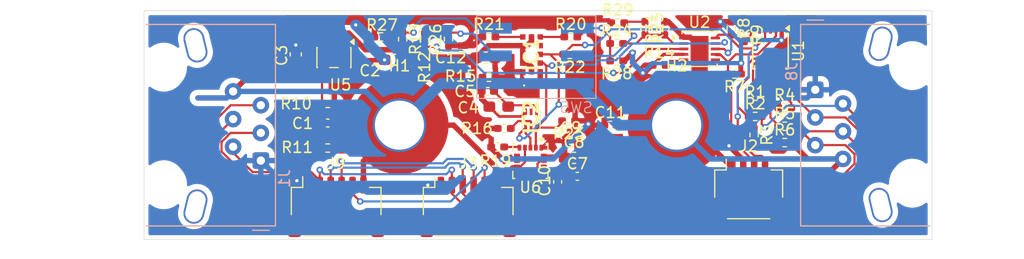
<source format=kicad_pcb>
(kicad_pcb (version 20241229) (generator "pcbnew") (generator_version "9.0")
  (layers (0 "F.Cu" signal) (4 "In1.Cu" signal) (6 "In2.Cu" signal) (2 "B.Cu" signal) (13 "F.Paste" user) (15 "B.Paste" user) (5 "F.SilkS" user "F.Silkscreen") (7 "B.SilkS" user "B.Silkscreen") (1 "F.Mask" user) (3 "B.Mask" user) (25 "Edge.Cuts" user))
  (net 0 "")
  (net 1 "+3.3V")
  (net 2 "Net-(U5-FB)")
  (net 3 "GND")
  (net 4 "+5V")
  (net 5 "Net-(U6-REGOUT)")
  (net 7 "Net-(J3-Pin_2)")
  (net 8 "Net-(J3-Pin_3)")
  (net 9 "Net-(J3-Pin_5)")
  (net 10 "Net-(J3-Pin_4)")
  (net 11 "Net-(J2-Pin_3)")
  (net 12 "Net-(J2-Pin_4)")
  (net 13 "Net-(U1-EN)")
  (net 14 "Net-(R12-Pad1)")
  (net 15 "Net-(U2-XORL)")
  (net 16 "Net-(R13-Pad1)")
  (net 17 "Net-(U2-ENABLE)")
  (net 18 "Net-(U6-~{CS})")
  (net 19 "/Sensors/sda")
  (net 20 "/Sensors/scl")
  (net 21 "Net-(U2-XORH)")
  (net 22 "Net-(R24-Pad1)")
  (net 23 "Net-(R25-Pad1)")
  (net 27 "Net-(IC2-VDD)")
  (net 28 "Net-(IC1-XSHUT)")
  (net 30 "Net-(IC1-GPIO1)")
  (net 31 "Net-(IC2-~{INT})")
  (footprint "Resistor_SMD:R_0402_1005Metric_Pad0.72x0.64mm_HandSolder" (layer "F.Cu") (at 104 93.9 180)
    (property "Reference" "R23")
    (property "Value" "4.7k")
  )
  (footprint "Resistor_SMD:R_0402_1005Metric_Pad0.72x0.64mm_HandSolder" (layer "F.Cu") (at 123.8025 92.7)
    (property "Reference" "R4")
    (property "Value" "600")
  )
  (footprint "Resistor_SMD:R_0402_1005Metric_Pad0.72x0.64mm_HandSolder" (layer "F.Cu") (at 108.4025 88.4 180)
    (property "Reference" "R28")
    (property "Value" "80k")
  )
  (footprint "Resistor_SMD:R_0402_1005Metric_Pad0.72x0.64mm_HandSolder" (layer "F.Cu") (at 111 85.4025 -90)
    (property "Reference" "R25")
    (property "Value" "780k")
  )
  (footprint "Package_SO:TSSOP-10_3x3mm_P0.5mm" (layer "F.Cu") (at 122.5 87.5 -90)
    (property "Reference" "U1")
    (property "Value" "PCA9615DP")
  )
  (footprint "ISL29125:ISL29125IROZT7" (layer "F.Cu") (at 100.5625 93.8 -90)
    (property "Reference" "IC2")
    (property "Value" "ISL29125IROZ-T7" (hide yes))
  )
  (footprint "Resistor_SMD:R_0402_1005Metric_Pad0.72x0.64mm_HandSolder" (layer "F.Cu") (at 104.1025 87.8 180)
    (property "Reference" "R22")
    (property "Value" "4.7k")
  )
  (footprint "Connector_JST:JST_SH_SM06B-SRSS-TB_1x06-1MP_P1.00mm_Horizontal" (layer "F.Cu") (at 82.7 101.8)
    (property "Reference" "J9")
    (property "Value" "Conn_01x06")
  )
  (footprint "Capacitor_SMD:C_0603_1608Metric_Pad1.08x0.95mm_HandSolder" (layer "F.Cu") (at 79 87.8 -90)
    (property "Reference" "C3")
    (property "Value" "1u")
  )
  (footprint "MountingHole:MountingHole_4.5mm_Pad_TopOnly" (layer "F.Cu") (at 88.5 94.3)
    (property "Reference" "H1")
    (property "Value" "MountingHole_Pad")
  )
  (footprint "Package_LGA:LGA-16_3x3mm_P0.5mm_LayoutBorder3x5y" (layer "F.Cu") (at 100.5 97.5875 -90)
    (property "Reference" "U6")
    (property "Value" "ICM-20602")
  )
  (footprint "Resistor_SMD:R_0402_1005Metric_Pad0.72x0.64mm_HandSolder" (layer "F.Cu") (at 119.2025 89.6 180)
    (property "Reference" "R7")
    (property "Value" "4.7k")
  )
  (footprint "VL53L4CD:VL53L4CDV0DH1" (layer "F.Cu") (at 100.6 87.8 -90)
    (property "Reference" "IC1")
    (property "Value" "VL53L4CDV0DH_1" (hide yes))
  )
  (footprint "Resistor_SMD:R_0402_1005Metric_Pad0.72x0.64mm_HandSolder" (layer "F.Cu") (at 96.7025 89.9)
    (property "Reference" "R15")
    (property "Value" "100")
  )
  (footprint "Capacitor_SMD:C_0603_1608Metric_Pad1.08x0.95mm_HandSolder" (layer "F.Cu") (at 88 88.3)
    (property "Reference" "C2")
    (property "Value" "1u")
  )
  (footprint "Resistor_SMD:R_0402_1005Metric_Pad0.72x0.64mm_HandSolder" (layer "F.Cu") (at 90.8 86.5 -90)
    (property "Reference" "R12")
    (property "Value" "400k")
  )
  (footprint "Resistor_SMD:R_0402_1005Metric_Pad0.72x0.64mm_HandSolder" (layer "F.Cu") (at 112.3 88.8)
    (property "Reference" "R14")
    (property "Value" "10k")
  )
  (footprint "Resistor_SMD:R_0402_1005Metric_Pad0.72x0.64mm_HandSolder" (layer "F.Cu") (at 93 86.4 90)
    (property "Reference" "R26")
    (property "Value" "10k")
  )
  (footprint "Connector_JST:JST_SH_SM06B-SRSS-TB_1x06-1MP_P1.00mm_Horizontal" (layer "F.Cu") (at 94.8 101.8)
    (property "Reference" "J3")
    (property "Value" "Conn_01x06")
  )
  (footprint "Capacitor_SMD:C_0603_1608Metric_Pad1.08x0.95mm_HandSolder" (layer "F.Cu") (at 104.5 97.3)
    (property "Reference" "C8")
    (property "Value" "2.2u")
  )
  (footprint "Capacitor_SMD:C_0402_1005Metric_Pad0.74x0.62mm_HandSolder" (layer "F.Cu") (at 107.835 94.3)
    (property "Reference" "C11")
    (property "Value" "0.1u")
  )
  (footprint "Resistor_SMD:R_0402_1005Metric_Pad0.72x0.64mm_HandSolder" (layer "F.Cu") (at 108.5 84.9)
    (property "Reference" "R29")
    (property "Value" "40k")
  )
  (footprint "Resistor_SMD:R_0402_1005Metric_Pad0.72x0.64mm_HandSolder" (layer "F.Cu") (at 121.1 92.4)
    (property "Reference" "R1")
    (property "Value" "600")
  )
  (footprint "Resistor_SMD:R_0402_1005Metric_Pad0.72x0.64mm_HandSolder" (layer "F.Cu") (at 97.5 96.3)
    (property "Reference" "R19")
    (property "Value" "4.7k")
  )
  (footprint "Resistor_SMD:R_0402_1005Metric_Pad0.72x0.64mm_HandSolder" (layer "F.Cu") (at 118.9 85.4 -90)
    (property "Reference" "R8")
    (property "Value" "4.7k")
  )
  (footprint "Resistor_SMD:R_0402_1005Metric_Pad0.72x0.64mm_HandSolder" (layer "F.Cu") (at 86.8025 86.2)
    (property "Reference" "R27")
    (property "Value" "10k")
  )
  (footprint "Resistor_SMD:R_0402_1005Metric_Pad0.72x0.64mm_HandSolder" (layer "F.Cu") (at 123.805 95.9)
    (property "Reference" "R6")
    (property "Value" "600")
  )
  (footprint "Connector_JST:JST_SH_SM04B-SRSS-TB_1x04-1MP_P1.00mm_Horizontal" (layer "F.Cu") (at 120.5 100.2)
    (property "Reference" "J2")
    (property "Value" "Conn_01x04")
  )
  (footprint "Capacitor_SMD:C_0603_1608Metric_Pad1.08x0.95mm_HandSolder" (layer "F.Cu") (at 96.4 88.1 180)
    (property "Reference" "C12")
    (property "Value" "4.7u")
  )
  (footprint "Capacitor_SMD:C_0402_1005Metric_Pad0.74x0.62mm_HandSolder" (layer "F.Cu") (at 81.9325 94.1 180)
    (property "Reference" "C1")
    (property "Value" "1n")
  )
  (footprint "Resistor_SMD:R_0402_1005Metric_Pad0.72x0.64mm_HandSolder" (layer "F.Cu") (at 120.1 86 -90)
    (property "Reference" "R9")
    (property "Value" "10k")
  )
  (footprint "Capacitor_SMD:C_0402_1005Metric_Pad0.74x0.62mm_HandSolder" (layer "F.Cu") (at 96.6 91.2 180)
    (property "Reference" "C5")
    (property "Value" "0.1u")
  )
  (footprint "Resistor_SMD:R_0402_1005Metric_Pad0.72x0.64mm_HandSolder" (layer "F.Cu") (at 108.4025 86.8)
    (property "Reference" "R24")
    (property "Value" "400k")
  )
  (footprint "Resistor_SMD:R_0402_1005Metric_Pad0.72x0.64mm_HandSolder" (layer "F.Cu") (at 112.8 85.4025 90)
    (property "Reference" "R31")
    (property "Value" "260k")
  )
  (footprint "MountingHole:MountingHole_4.5mm_Pad_TopOnly" (layer "F.Cu") (at 113.9 94.3)
    (property "Reference" "H2")
    (property "Value" "MountingHole_Pad")
  )
  (footprint "Resistor_SMD:R_0402_1005Metric_Pad0.72x0.64mm_HandSolder" (layer "F.Cu") (at 81.9325 92.3 180)
    (property "Reference" "R10")
    (property "Value" "52k")
  )
  (footprint "Resistor_SMD:R_0402_1005Metric_Pad0.72x0.64mm_HandSolder" (layer "F.Cu") (at 123.8025 94.4)
    (property "Reference" "R5")
    (property "Value" "120")
  )
  (footprint "Capacitor_SMD:C_0402_1005Metric_Pad0.74x0.62mm_HandSolder" (layer "F.Cu") (at 103 99.5 -90)
    (property "Reference" "C10")
    (property "Value" "0.1u")
  )
  (footprint "Resistor_SMD:R_0402_1005Metric_Pad0.72x0.64mm_HandSolder" (layer "F.Cu") (at 98.1025 94.6)
    (property "Reference" "R16")
    (property "Value" "4.7k")
  )
  (footprint "Resistor_SMD:R_0402_1005Metric_Pad0.72x0.64mm_HandSolder" (layer "F.Cu") (at 121.1 93.5)
    (property "Reference" "R2")
    (property "Value" "120")
  )
  (footprint "Capacitor_SMD:C_0603_1608Metric_Pad1.08x0.95mm_HandSolder" (layer "F.Cu") (at 97.6 92.6 180)
    (property "Reference" "C4")
    (property "Value" "1u")
  )
  (footprint "Package_DFN_QFN:DFN-10-1EP_3x3mm_P0.5mm_EP1.65x2.38mm" (layer "F.Cu") (at 116 87.3)
    (property "Reference" "U2")
    (property "Value" "LTC4316xDD")
  )
  (footprint "Resistor_SMD:R_0402_1005Metric_Pad0.72x0.64mm_HandSolder" (layer "F.Cu") (at 121 95.2 -90)
    (property "Reference" "R3")
    (property "Value" "600")
  )
  (footprint "Capacitor_SMD:C_0402_1005Metric_Pad0.74x0.62mm_HandSolder" (layer "F.Cu") (at 104.8 99)
    (property "Reference" "C7")
    (property "Value" "0.1u")
  )
  (footprint "Resistor_SMD:R_0402_1005Metric_Pad0.72x0.64mm_HandSolder" (layer "F.Cu") (at 96.6975 86.2)
    (property "Reference" "R21")
    (property "Value" "10k")
  )
  (footprint "Resistor_SMD:R_0402_1005Metric_Pad0.72x0.64mm_HandSolder" (layer "F.Cu") (at 81.9325 96.4)
    (property "Reference" "R11")
    (property "Value" "30k")
  )
  (footprint "Capacitor_SMD:C_0402_1005Metric_Pad0.74x0.62mm_HandSolder" (layer "F.Cu") (at 104.2 95.7)
    (property "Reference" "C9")
    (property "Value" "10n")
  )
  (footprint "Resistor_SMD:R_0402_1005Metric_Pad0.72x0.64mm_HandSolder" (layer "F.Cu") (at 104.2 86.2)
    (property "Reference" "R20")
    (property "Value" "10k")
  )
  (footprint "Resistor_SMD:R_0402_1005Metric_Pad0.72x0.64mm_HandSolder" (layer "F.Cu") (at 88.8 86.4 -90)
    (property "Reference" "R13")
    (property "Value" "750k")
  )
  (footprint "Package_TO_SOT_SMD:SOT-23-5" (layer "F.Cu") (at 82.5 88.1 -90)
    (property "Reference" "U5")
    (property "Value" "TPS73101DBV")
  )
  (footprint "RJ12_Pin_Connector:RJ12_Pin_Connector" (layer "B.Cu") (at 126.6 91.05 -90)
    (property "Reference" "J8")
    (property "Value" "RJ12_Shielded")
  )
  (footprint "RJ12_Pin_Connector:RJ12_Pin_Connector" (layer "B.Cu") (at 75.8 97.55 90)
    (property "Reference" "J1")
    (property "Value" "RJ12_Shielded")
  )
  (footprint "RJ12_Pin_Connector:Rotary_Switch_16_pos" (layer "B.Cu") (at 101 92.94 180)
    (property "Reference" "SW5")
    (property "Value" "SW_Coded_SH-7050")
  )
  (gr_rect (start 65.1 83.8) (end 137.3 104.8) (stroke (width 0.05)) (fill no) (layer "Edge.Cuts"))
  (segment (start 104.2325 97.895) (end 103.6375 97.3) (width 0.2) (layer "F.Cu") (net 1))
  (segment (start 86.205 86.2) (end 85.6 86.2) (width 0.5) (layer "F.Cu") (net 1))
  (segment (start 101.4 89.4) (end 101.4 90.15) (width 0.5) (layer "F.Cu") (net 1))
  (segment (start 103.6375 97.3) (end 103.425 97.0875) (width 0.2) (layer "F.Cu") (net 1))
  (segment (start 118.9 84.8025) (end 119.5 84.8025) (width 0.4) (layer "F.Cu") (net 1))
  (segment (start 107.9025 84.9) (end 107.6815 84.679) (width 0.4) (layer "F.Cu") (net 1))
  (segment (start 97.505 94.6) (end 96.5 94.6) (width 0.5) (layer "F.Cu") (net 1))
  (segment (start 119.8 89.6) (end 119.8 88.6) (width 0.4) (layer "F.Cu") (net 1))
  (segment (start 103.425 97.0875) (end 101.725 97.0875) (width 0.2) (layer "F.Cu") (net 1))
  (segment (start 123.5 86.5) (end 123.526 86.474) (width 0.4) (layer "F.Cu") (net 1))
  (segment (start 96.9025 96.4025) (end 97.9 97.4) (width 0.5) (layer "F.Cu") (net 1))
  (segment (start 118.8975 84.8) (end 118.9 84.8025) (width 0.4) (layer "F.Cu") (net 1))
  (segment (start 102.1625 95.7) (end 101.5 96.3625) (width 0.2) (layer "F.Cu") (net 1))
  (segment (start 111.7025 88.8) (end 112.7025 87.8) (width 0.3) (layer "F.Cu") (net 1))
  (segment (start 103.6325 95.7) (end 102.1625 95.7) (width 0.2) (layer "F.Cu") (net 1))
  (segment (start 107.6815 84.679) (end 106.3185 84.679) (width 0.4) (layer "F.Cu") (net 1))
  (segment (start 83.575 89.2375) (end 83.45 89.2375) (width 0.2) (layer "F.Cu") (net 1))
  (segment (start 104.2325 99) (end 104.2325 97.895) (width 0.2) (layer "F.Cu") (net 1))
  (segment (start 84.5125 88.3) (end 83.575 89.2375) (width 0.2) (layer "F.Cu") (net 1))
  (segment (start 85.6 86.2) (end 84.5 85.1) (width 0.5) (layer "F.Cu") (net 1))
  (segment (start 103.6325 95.490083) (end 103.6325 95.7) (width 0.5) (layer "F.Cu") (net 1))
  (segment (start 104.5975 94.525083) (end 103.6325 95.490083) (width 0.5) (layer "F.Cu") (net 1))
  (segment (start 111.0025 89.5) (end 111.7025 88.8) (width 0.4) (layer "F.Cu") (net 1))
  (segment (start 110.8 89.5) (end 111.0025 89.5) (width 0.4) (layer "F.Cu") (net 1))
  (segment (start 101.15 90.4) (end 101 90.4) (width 0.5) (layer "F.Cu") (net 1))
  (segment (start 109 88.4) (end 109.11563 88.4) (width 0.5) (layer "F.Cu") (net 1))
  (segment (start 95.3025 86.9975) (end 96.1 86.2) (width 0.5) (layer "F.Cu") (net 1))
  (segment (start 87.1375 88.3) (end 84.5125 88.3) (width 0.2) (layer "F.Cu") (net 1))
  (segment (start 93 86.9975) (end 95.3025 86.9975) (width 0.5) (layer "F.Cu") (net 1))
  (segment (start 117.9 84.8) (end 118.8975 84.8) (width 0.4) (layer "F.Cu") (net 1))
  (segment (start 99.675 89.4) (end 98.9 89.4) (width 0.5) (layer "F.Cu") (net 1))
  (segment (start 109.11563 88.4) (end 109.857815 87.657815) (width 0.5) (layer "F.Cu") (net 1))
  (segment (start 119.5 84.8025) (end 120.1 85.4025) (width 0.4) (layer "F.Cu") (net 1))
  (segment (start 96.9025 96.3) (end 96.9025 96.4025) (width 0.5) (layer "F.Cu") (net 1))
  (segment (start 123.526 86.474) (end 123.526 85.35) (width 0.4) (layer "F.Cu") (net 1))
  (segment (start 106.3185 84.679) (end 104.7975 86.2) (width 0.4) (layer "F.Cu") (net 1))
  (segment (start 104.5975 93.9) (end 104.5975 94.525083) (width 0.5) (layer "F.Cu") (net 1))
  (segment (start 112.7025 87.8) (end 114.55 87.8) (width 0.3) (layer "F.Cu") (net 1))
  (segment (start 101.4 90.15) (end 101.15 90.4) (width 0.5) (layer "F.Cu") (net 1))
  (via (at 109.857815 87.657815) (size 0.6) (drill 0.3) (layers "F.Cu" "B.Cu") (net 1))
  (via (at 117.9 84.8) (size 0.6) (drill 0.3) (layers "F.Cu" "B.Cu") (net 1))
  (via (at 84.5 85.1) (size 0.6) (drill 0.3) (layers "F.Cu" "B.Cu") (net 1))
  (via (at 119.8 88.6) (size 0.6) (drill 0.3) (layers "F.Cu" "B.Cu") (net 1))
  (via (at 123.5 86.5) (size 0.6) (drill 0.3) (layers "F.Cu" "B.Cu") (net 1))
  (via (at 105.8 94.2) (size 0.6) (drill 0.3) (layers "F.Cu" "B.Cu") (net 1))
  (via (at 97.9 97.4) (size 0.6) (drill 0.3) (layers "F.Cu" "B.Cu") (net 1))
  (via (at 87.1375 88.3) (size 0.6) (drill 0.3) (layers "F.Cu" "B.Cu") (net 1))
  (via (at 110.8 89.5) (size 0.6) (drill 0.3) (layers "F.Cu" "B.Cu") (net 1))
  (segment (start 119.953302 86.488235) (end 123.488235 86.488235) (width 0.4) (layer "B.Cu") (net 1))
  (segment (start 109.857815 88.557815) (end 110.8 89.5) (width 0.5) (layer "B.Cu") (net 1))
  (segment (start 84.5 85.1) (end 85.7 86.3) (width 1) (layer "B.Cu") (net 1))
  (segment (start 102.6 97.4) (end 105.8 94.2) (width 0.5) (layer "B.Cu") (net 1))
  (segment (start 117.958463 84.8) (end 117.9 84.8) (width 0.4) (layer "B.Cu") (net 1))
  (segment (start 123.488235 86.488235) (end 123.5 86.5) (width 0.4) (layer "B.Cu") (net 1))
  (segment (start 119.8 88.6) (end 111.7 88.6) (width 0.4) (layer "B.Cu") (net 1))
  (segment (start 119.8 86.641537) (end 119.953302 86.488235) (width 0.4) (layer "B.Cu") (net 1))
  (segment (start 85.7 86.8625) (end 87.1375 88.3) (width 1) (layer "B.Cu") (net 1))
  (segment (start 97.9 97.4) (end 102.6 97.4) (width 0.5) (layer "B.Cu") (net 1))
  (segment (start 85.7 86.3) (end 85.7 86.8625) (width 1) (layer "B.Cu") (net 1))
  (segment (start 109.857815 87.657815) (end 109.857815 88.557815) (width 0.5) (layer "B.Cu") (net 1))
  (segment (start 119.8 86.641537) (end 117.958463 84.8) (width 0.4) (layer "B.Cu") (net 1))
  (segment (start 119.8 88.6) (end 119.8 86.641537) (width 0.4) (layer "B.Cu") (net 1))
  (segment (start 111.7 88.6) (end 110.8 89.5) (width 0.4) (layer "B.Cu") (net 1))
  (segment (start 81.335 92.3) (end 81.405 92.23) (width 0.2) (layer "F.Cu") (net 2))
  (segment (start 81.365 92.33) (end 81.335 92.3) (width 0.2) (layer "F.Cu") (net 2))
  (segment (start 81.405 92.23) (end 81.405 89.3825) (width 0.2) (layer "F.Cu") (net 2))
  (segment (start 81.335 94.13) (end 81.365 94.1) (width 0.2) (layer "F.Cu") (net 2))
  (segment (start 81.335 96.4) (end 81.335 94.13) (width 0.2) (layer "F.Cu") (net 2))
  (segment (start 81.365 94.1) (end 81.365 92.33) (width 0.2) (layer "F.Cu") (net 2))
  (segment (start 81.405 89.3825) (end 81.55 89.2375) (width 0.2) (layer "F.Cu") (net 2))
  (segment (start 88.8625 91.3375) (end 88.8625 88.3) (width 1) (layer "F.Cu") (net 3))
  (segment (start 82.048999 85.849) (end 82.5 86.300001) (width 0.5) (layer "F.Cu") (net 3))
  (segment (start 124.4025 95.9) (end 125.9025 97.4) (width 0.5) (layer "F.Cu") (net 3))
  (segment (start 99.6395 93.498) (end 100.0625 93.075) (width 0.25) (layer "F.Cu") (net 3))
  (segment (start 104.61 100.0675) (end 105.3675 99.31) (width 0.5) (layer "F.Cu") (net 3))
  (segment (start 101.149 98.4615) (end 101.5 98.8125) (width 0.2) (layer "F.Cu") (net 3))
  (segment (start 85.2 97.6) (end 88.5 94.3) (width 0.5) (layer "F.Cu") (net 3))
  (segment (start 101.5 99.7) (end 101.5 98.8125) (width 0.5) (layer "F.Cu") (net 3))
  (segment (start 105.3675 99.31) (end 105.3675 99) (width 0.5) (layer "F.Cu") (net 3))
  (segment (start 96.0325 91.2) (end 96.0325 91.895) (width 0.5) (layer "F.Cu") (net 3))
  (segment (start 87.9365 87.374) (end 85.3781 87.374) (width 0.5) (layer "F.Cu") (net 3))
  (segment (start 105.3625 97.3) (end 105.3625 98.995) (width 0.5) (layer "F.Cu") (net 3))
  (segment (start 88.5 94.3) (end 86.4 96.4) (width 0.5) (layer "F.Cu") (net 3))
  (segment (start 101.8675 100.0675) (end 101.5 99.7) (width 0.5) (layer "F.Cu") (net 3))
  (segment (start 99.275 98.0875) (end 99.601848 98.0875) (width 0.2) (layer "F.Cu") (net 3))
  (segment (start 75.7975 88.622234) (end 78.570734 85.849) (width 0.5) (layer "F.Cu") (net 3))
  (segment (start 100.601 88.951) (end 100.601 89.4) (width 0.5) (layer "F.Cu") (net 3))
  (segment (start 127.114 99.426) (end 119.451001 99.426) (width 0.5) (layer "F.Cu") (net 3))
  (segment (start 99.5 98.8125) (end 101.5 98.8125) (width 0.5) (layer "F.Cu") (net 3))
  (segment (start 116 87.09707) (end 115.12693 86.224) (width 0.5) (layer "F.Cu") (net 3))
  (segment (start 95.3375 88.3) (end 95.5375 88.1) (width 1) (layer "F.Cu") (net 3))
  (segment (start 95.5375 88.1) (end 96.6375 87) (width 0.5) (layer "F.Cu") (net 3))
  (segment (start 121.878982 95.7975) (end 122.752482 96.671) (width 0.5) (layer "F.Cu") (net 3))
  (segment (start 96.0325 91.895) (end 96.7375 92.6) (width 0.5) (layer "F.Cu") (net 3))
  (segment (start 99.275 98.0875) (end 99.275 98.5875) (width 0.2) (layer "F.Cu") (net 3))
  (segment (start 85.2 99.8) (end 85.2 97.6) (width 0.5) (layer "F.Cu") (net 3))
  (segment (start 82.5 86.300001) (end 82.5 86.9625) (width 0.5) (layer "F.Cu") (net 3))
  (segment (start 129.14 97.4) (end 127.114 99.426) (width 0.5) (layer "F.Cu") (net 3))
  (segment (start 112.8 84.805) (end 113.131 84.805) (width 0.5) (layer "F.Cu") (net 3))
  (segment (start 116 92.2) (end 113.9 94.3) (width 1.5) (layer "F.Cu") (net 3))
  (segment (start 113.131 84.805) (end 114.55 86.224) (width 0.5) (layer "F.Cu") (net 3))
  (segment (start 78.570734 85.849) (end 82.048999 85.849) (width 0.5) (layer "F.Cu") (net 3))
  (segment (start 123.662518 96.671) (end 124.4025 95.931018) (width 0.5) (layer "F.Cu") (net 3))
  (segment (start 97.3 99.8) (end 98.8865 98.2135) (width 0.5) (layer "F.Cu") (net 3))
  (segment (start 96.0325 91.2) (end 95.2965 90.464) (width 0.5) (layer "F.Cu") (net 3))
  (segment (start 115.12693 86.224) (end 114.55 86.224) (width 0.5) (layer "F.Cu") (net 3))
  (segment (start 116 87.3) (end 116 87.09707) (width 0.5) (layer "F.Cu") (net 3))
  (segment (start 75.7975 88.6625) (end 73.26 91.2) (width 0.5) (layer "F.Cu") (net 3))
  (segment (start 101.149 97.836652) (end 101.149 98.4615) (width 0.2) (layer "F.Cu") (net 3))
  (segment (start 124.4025 95.931018) (end 124.4025 95.9) (width 0.5) (layer "F.Cu") (net 3))
  (segment (start 99.8 87) (end 100.2 87) (width 0.5) (layer "F.Cu") (net 3))
  (segment (start 88.8625 88.3) (end 95.3375 88.3) (width 1) (layer "F.Cu") (net 3))
  (segment (start 100 97.689348) (end 100 96.3625) (width 0.2) (layer "F.Cu") (net 3))
  (segment (start 125.9025 97.4) (end 129.14 97.4) (width 0.5) (layer "F.Cu") (net 3))
  (segment (start 108.4025 94.3) (end 113.9 94.3) (width 0.5) (layer "F.Cu") (net 3))
  (segment (start 95.2965 88.341) (end 95.5375 88.1) (width 0.5) (layer "F.Cu") (net 3))
  (segment (start 83.8531 85.849) (end 82.951001 85.849) (width 0.5) (layer "F.Cu") (net 3))
  (segment (start 115.1 94.3) (end 113.9 94.3) (width 0.5) (layer "F.Cu") (net 3))
  (segment (start 103 100.0675) (end 104.61 100.0675) (width 0.5) (layer "F.Cu") (net 3))
  (segment (start 88.5 91.7) (end 88.8625 91.3375) (width 0.5) (layer "F.Cu") (net 3))
  (segment (start 122.752482 96.671) (end 123.662518 96.671) (width 0.5) (layer "F.Cu") (net 3))
  (segment (start 95.2965 90.464) (end 95.2965 88.341) (width 0.5) (layer "F.Cu") (net 3))
  (segment (start 99.8 88.6) (end 100.25 88.6) (width 0.5) (layer "F.Cu") (net 3))
  (segment (start 99.601848 98.0875) (end 100 97.689348) (width 0.2) (layer "F.Cu") (net 3))
  (segment (start 98.8865 98.2135) (end 99.275 98.2135) (width 0.5) (layer "F.Cu") (net 3))
  (segment (start 93.462075 94.3) (end 97.3 98.137925) (width 0.5) (layer "F.Cu") (net 3))
  (segment (start 96.6375 87) (end 99.8 87) (width 0.5) (layer "F.Cu") (net 3))
  (segment (start 88.5 94.3) (end 88.5 91.7) (width 0.5) (layer "F.Cu") (net 3))
  (segment (start 88.5 94.3) (end 93.462075 94.3) (width 0.5) (layer "F.Cu") (net 3))
  (segment (start 97.3 98.137925) (end 97.3 99.8) (width 0.5) (layer "F.Cu") (net 3))
  (segment (start 99.275 98.5875) (end 99.5 98.8125) (width 0.2) (layer "F.Cu") (net 3))
  (segment (start 75.7975 88.6625) (end 75.7975 88.622234) (width 0.5) (layer "F.Cu") (net 3))
  (segment (start 99.8 87) (end 99.8 88.6) (width 0.5) (layer "F.Cu") (net 3))
  (segment (start 82.951001 85.849) (end 82.5 86.300001) (width 0.5) (layer "F.Cu") (net 3))
  (segment (start 100.6 86.6) (end 100.6 86.2) (width 0.5) (layer "F.Cu") (net 3))
  (segment (start 85.3781 87.374) (end 83.8531 85.849) (width 0.5) (layer "F.Cu") (net 3))
  (segment (start 88.8625 88.3) (end 87.9365 87.374) (width 0.5) (layer "F.Cu") (net 3))
  (segment (start 119 98.974999) (end 119 98.2) (width 0.5) (layer "F.Cu") (net 3))
  (segment (start 100.2 87) (end 100.6 86.6) (width 0.5) (layer "F.Cu") (net 3))
  (segment (start 119 98.2) (end 115.1 94.3) (width 0.5) (layer "F.Cu") (net 3))
  (segment (start 86.4 96.4) (end 82.53 96.4) (width 1) (layer "F.Cu") (net 3))
  (segment (start 104.7675 96.705) (end 105.3625 97.3) (width 0.5) (layer "F.Cu") (net 3))
  (segment (start 97.6355 93.498) (end 99.6395 93.498) (width 0.25) (layer "F.Cu") (net 3))
  (segment (start 101.398152 97.5875) (end 101.149 97.836652) (width 0.2) (layer "F.Cu") (net 3))
  (segment (start 105.3625 98.995) (end 105.3675 99) (width 0.5) (layer "F.Cu") (net 3))
  (segment (start 103 100.0675) (end 101.8675 100.0675) (width 0.5) (layer "F.Cu") (net 3))
  (segment (start 100.25 88.6) (end 100.601 88.951) (width 0.5) (layer "F.Cu") (net 3))
  (segment (start 119.451001 99.426) (end 119 98.974999) (width 0.5) (layer "F.Cu") (net 3))
  (segment (start 104.7675 95.7) (end 104.7675 96.705) (width 0.5) (layer "F.Cu") (net 3))
  (segment (start 121 95.7975) (end 121.878982 95.7975) (width 0.5) (layer "F.Cu") (net 3))
  (segment (start 79 88.6625) (end 75.7975 88.6625) (width 0.5) (layer "F.Cu") (net 3))
  (segment (start 96.7375 92.6) (end 97.6355 93.498) (width 0.25) (layer "F.Cu") (net 3))
  (segment (start 116 87.3) (end 116 92.2) (width 1.5) (layer "F.Cu") (net 3))
  (segment (start 101.725 97.5875) (end 101.398152 97.5875) (width 0.2) (layer "F.Cu") (net 3))
  (segment (start 70.03 91.8) (end 72.66 91.8) (width 0.5) (layer "B.Cu") (net 3))
  (segment (start 88.5 94.3) (end 92.32 90.48) (width 1) (layer "B.Cu") (net 3))
  (segment (start 117 97.4) (end 129.14 97.4) (width 0.5) (layer "B.Cu") (net 3))
  (segment (start 72.66 91.8) (end 73.26 91.2) (width 0.5) (layer "B.Cu") (net 3))
  (segment (start 113.9 94.3) (end 117 97.4) (width 0.5) (layer "B.Cu") (net 3))
  (segment (start 104.8 90.48) (end 108.62 94.3) (width 1) (layer "B.Cu") (net 3))
  (segment (start 97.3 90.48) (end 104.8 90.48) (width 1) (layer "B.Cu") (net 3))
  (segment (start 88.5 94.3) (end 85.4 91.2) (width 0.5) (layer "B.Cu") (net 3))
  (segment (start 85.4 91.2) (end 73.26 91.2) (width 0.5) (layer "B.Cu") (net 3))
  (segment (start 108.62 94.3) (end 113.9 94.3) (width 1) (layer "B.Cu") (net 3))
  (segment (start 92.32 90.48) (end 97.3 90.48) (width 1) (layer "B.Cu") (net 3))
  (segment (start 92.3 99.8) (end 91.1 99.8) (width 0.5) (layer "F.Cu") (net 4))
  (segment (start 120.5025 91.4025) (end 120.5025 92.4) (width 0.5) (layer "F.Cu") (net 4))
  (segment (start 81.851001 87.926) (end 82.840968 87.926) (width 0.2) (layer "F.Cu") (net 4))
  (segment (start 124.976 91.05) (end 123.576 89.65) (width 0.5) (layer "F.Cu") (net 4))
  (segment (start 79.5 99.8) (end 79.1 99.4) (width 0.2) (layer "F.Cu") (net 4))
  (segment (start 79 86.9375) (end 81.525 86.9375) (width 0.2) (layer "F.Cu") (net 4))
  (segment (start 126.6 91.05) (end 124.976 91.05) (width 0.5) (layer "F.Cu") (net 4))
  (segment (start 81.525 86.9375) (end 81.55 86.9625) (width 0.2) (layer "F.Cu") (net 4))
  (segment (start 82.840968 87.926) (end 83.45 87.316968) (width 0.2) (layer "F.Cu") (net 4))
  (segment (start 120 97.5) (end 120 98.2) (width 0.5) (layer "F.Cu") (net 4))
  (segment (start 81.55 86.9625) (end 81.55 87.624999) (width 0.2) (layer "F.Cu") (net 4))
  (segment (start 83.45 87.316968) (end 83.45 86.9625) (width 0.2) (layer "F.Cu") (net 4))
  (segment (start 80.2 99.8) (end 79.5 99.8) (width 0.2) (layer "F.Cu") (net 4))
  (segment (start 123.205 91.9) (end 123.205 92.7) (width 0.5) (layer "F.Cu") (net 4))
  (segment (start 81.55 87.624999) (end 81.851001 87.926) (width 0.2) (layer "F.Cu") (net 4))
  (segment (start 118.7 96.2) (end 120 97.5) (width 0.5) (layer "F.Cu") (net 4))
  (via (at 123.205 91.9) (size 0.6) (drill 0.3) (layers "F.Cu" "B.Cu") (net 4))
  (via (at 120.5025 91.4025) (size 0.6) (drill 0.3) (layers "F.Cu" "B.Cu") (net 4))
  (via (at 118.7 96.2) (size 0.6) (drill 0.3) (layers "F.Cu" "B.Cu") (net 4))
  (via (at 79.1 99.4) (size 0.6) (drill 0.3) (layers "F.Cu" "B.Cu") (net 4))
  (via (at 79 86.9375) (size 0.6) (drill 0.3) (layers "F.Cu" "B.Cu") (net 4))
  (via (at 91.1 99.8) (size 0.6) (drill 0.3) (layers "F.Cu" "B.Cu") (net 4))
  (segment (start 91.1 99.8) (end 78.05 99.8) (width 0.5) (layer "B.Cu") (net 4))
  (segment (start 122.905 91.6) (end 122.9 91.6) (width 0.5) (layer "B.Cu") (net 4))
  (segment (start 125.85 91.8) (end 126.6 91.05) (width 0.5) (layer "B.Cu") (net 4))
  (segment (start 123.205 91.9) (end 122.905 91.6) (width 0.5) (layer "B.Cu") (net 4))
  (segment (start 120.705 91.2) (end 120.5025 91.4025) (width 0.5) (layer "B.Cu") (net 4))
  (segment (start 123.305 91.8) (end 125.85 91.8) (width 0.5) (layer "B.Cu") (net 4))
  (segment (start 123.205 91.9) (end 123.305 91.8) (width 0.5) (layer "B.Cu") (net 4))
  (segment (start 118.7 96.1) (end 120.5025 94.2975) (width 0.5) (layer "B.Cu") (net 4))
  (segment (start 122.5 91.2) (end 120.705 91.2) (width 0.5) (layer "B.Cu") (net 4))
  (segment (start 122.9 91.6) (end 122.5 91.2) (width 0.5) (layer "B.Cu") (net 4))
  (segment (start 120.5025 94.2975) (end 120.5025 91.4025) (width 0.5) (layer "B.Cu") (net 4))
  (segment (start 118.7 96.2) (end 118.7 96.1) (width 0.5) (layer "B.Cu") (net 4))
  (segment (start 78.05 99.8) (end 75.8 97.55) (width 0.5) (layer "B.Cu") (net 4))
  (segment (start 102.57 98.9325) (end 101.725 98.0875) (width 0.2) (layer "F.Cu") (net 5))
  (segment (start 103 98.9325) (end 102.57 98.9325) (width 0.2) (layer "F.Cu") (net 5))
  (segment (start 122.101 88.601) (end 122.5 89) (width 0.2) (layer "F.Cu") (net 7))
  (segment (start 75.05484 98.611) (end 73.26 96.81616) (width 0.2) (layer "F.Cu") (net 7))
  (segment (start 81.2 99.8) (end 81.2 99.383032) (width 0.2) (layer "F.Cu") (net 7))
  (segment (start 126.465781 103.276) (end 132 97.741781) (width 0.2) (layer "F.Cu") (net 7))
  (segment (start 120.9 90.9025) (end 120.9 88.8) (width 0.2) (layer "F.Cu") (net 7))
  (segment (start 121.6975 94.1975) (end 122 94.5) (width 0.2) (layer "F.Cu") (net 7))
  (segment (start 132 95.18) (end 129.14 92.32) (width 0.2) (layer "F.Cu") (net 7))
  (segment (start 121.5975 91.6) (end 120.9 90.9025) (width 0.2) (layer "F.Cu") (net 7))
  (segment (start 132 97.741781) (end 132 95.18) (width 0.2) (layer "F.Cu") (net 7))
  (segment (start 121.5975 92.3) (end 121.5975 91.6) (width 0.2) (layer "F.Cu") (net 7))
  (segment (start 121.5975 92.5) (end 121.5975 92.9975) (width 0.2) (layer "F.Cu") (net 7))
  (segment (start 93.3 99.8) (end 93.3 100.574999) (width 0.2) (layer "F.Cu") (net 7))
  (segment (start 121.6975 92.4) (end 121.5975 92.5) (width 0.2) (layer "F.Cu") (net 7))
  (segment (start 121.5975 92.9975) (end 121.6975 93.0975) (width 0.2) (layer "F.Cu") (net 7))
  (segment (start 121.099 88.601) (end 122.101 88.601) (width 0.2) (layer "F.Cu") (net 7))
  (segment (start 117.11484 103.276) (end 126.465781 103.276) (width 0.2) (layer "F.Cu") (net 7))
  (segment (start 81.2 98.4) (end 81.2 99.8) (width 0.2) (layer "F.Cu") (net 7))
  (segment (start 121.6975 92.4) (end 121.5975 92.3) (width 0.2) (layer "F.Cu") (net 7))
  (segment (start 93.3 99.8) (end 93.3 98.4) (width 0.2) (layer "F.Cu") (net 7))
  (segment (start 121.6975 93.0975) (end 121.6975 93.5) (width 0.2) (layer "F.Cu") (net 7))
  (segment (start 80.427968 98.611) (end 75.05484 98.611) (width 0.2) (layer "F.Cu") (net 7))
  (segment (start 73.26 96.81616) (end 73.26 96.28) (width 0.2) (layer "F.Cu") (net 7))
  (segment (start 116.31284 102.474) (end 117.11484 103.276) (width 0.2) (layer "F.Cu") (net 7))
  (segment (start 81.2 99.383032) (end 80.427968 98.611) (width 0.2) (layer "F.Cu") (net 7))
  (segment (start 95.199001 102.474) (end 116.31284 102.474) (width 0.2) (layer "F.Cu") (net 7))
  (segment (start 120.9 88.8) (end 121.099 88.601) (width 0.2) (layer "F.Cu") (net 7))
  (segment (start 93.3 100.574999) (end 95.199001 102.474) (width 0.2) (layer "F.Cu") (net 7))
  (segment (start 122.5 89) (end 122.5 89.65) (width 0.2) (layer "F.Cu") (net 7))
  (segment (start 121.6975 93.5) (end 121.6975 94.1975) (width 0.2) (layer "F.Cu") (net 7))
  (via (at 122 94.5) (size 0.6) (drill 0.3) (layers "F.Cu" "B.Cu") (net 7))
  (via (at 81.2 98.4) (size 0.6) (drill 0.3) (layers "F.Cu" "B.Cu") (net 7))
  (via (at 93.3 98.4) (size 0.6) (drill 0.3) (layers "F.Cu" "B.Cu") (net 7))
  (segment (start 81.6 98.8) (end 81.2 98.4) (width 0.2) (layer "B.Cu") (net 7))
  (segment (start 122 94.5) (end 123.971 92.529) (width 0.2) (layer "B.Cu") (net 7))
  (segment (start 123.971 92.529) (end 128.931 92.529) (width 0.2) (layer "B.Cu") (net 7))
  (segment (start 128.931 92.529) (end 129.14 92.32) (width 0.2) (layer "B.Cu") (net 7))
  (segment (start 92.8 98.8) (end 81.6 98.8) (width 0.2) (layer "B.Cu") (net 7))
  (segment (start 93.3 98.4) (end 93.3 98.3) (width 0.2) (layer "B.Cu") (net 7))
  (segment (start 93.3 98.3) (end 92.8 98.8) (width 0.2) (layer "B.Cu") (net 7))
  (segment (start 72.199 95.840519) (end 73.029519 95.01) (width 0.2) (layer "F.Cu") (net 8))
  (segment (start 123.074 90.501) (end 123.511 90.501) (width 0.2) (layer "F.Cu") (net 8))
  (segment (start 120.9329 88.2) (end 122.327 88.2) (width 0.2) (layer "F.Cu") (net 8))
  (segment (start 128.374681 100.8) (end 131.003 98.171681) (width 0.2) (layer "F.Cu") (net 8))
  (segment (start 76.355519 100.876) (end 72.199 96.719481) (width 0.2) (layer "F.Cu") (net 8))
  (segment (start 95.525001 101.8) (end 105.04442 101.8) (width 0.2) (layer "F.Cu") (net 8))
  (segment (start 82.2 98.2) (end 82.2 99.8) (width 0.2) (layer "F.Cu") (net 8))
  (segment (start 82.2 100.216968) (end 81.540968 100.876) (width 0.2) (layer "F.Cu") (net 8))
  (segment (start 120.4 93.5) (end 119.5 92.6) (width 0.2) (layer "F.Cu") (net 8))
  (segment (start 123 89.65) (end 123 90.427) (width 0.2) (layer "F.Cu") (net 8))
  (segment (start 94.3 99.8) (end 94.3 98.1) (width 0.2) (layer "F.Cu") (net 8))
  (segment (start 120.499 89.914886) (end 120.499 88.6339) (width 0.2) (layer "F.Cu") (net 8))
  (segment (start 81.540968 100.876) (end 76.355519 100.876) (width 0.2) (layer "F.Cu") (net 8))
  (segment (start 119.5 90.913886) (end 120.499 89.914886) (width 0.2) (layer "F.Cu") (net 8))
  (segment (start 73.029519 95.01) (end 75.8 95.01) (width 0.2) (layer "F.Cu") (net 8))
  (segment (start 129.370481 93.59) (end 126.6 93.59) (width 0.2) (layer "F.Cu") (net 8))
  (segment (start 121 94.6025) (end 121 93.9975) (width 0.2) (layer "F.Cu") (net 8))
  (segment (start 131.003 98.171681) (end 131.003 95.222519) (width 0.2) (layer "F.Cu") (net 8))
  (segment (start 123 90.427) (end 123.074 90.501) (width 0.2) (layer "F.Cu") (net 8))
  (segment (start 120.499 88.6339) (end 120.9329 88.2) (width 0.2) (layer "F.Cu") (net 8))
  (segment (start 94.3 100.574999) (end 95.525001 101.8) (width 0.2) (layer "F.Cu") (net 8))
  (segment (start 120.5025 93.5) (end 120.4 93.5) (width 0.2) (layer "F.Cu") (net 8))
  (segment (start 119.5 92.6) (end 119.5 90.913886) (width 0.2) (layer "F.Cu") (net 8))
  (segment (start 123 88.873) (end 123 89.65) (width 0.2) (layer "F.Cu") (net 8))
  (segment (start 105.04442 101.8) (end 106.04442 100.8) (width 0.2) (layer "F.Cu") (net 8))
  (segment (start 94.3 99.8) (end 94.3 100.574999) (width 0.2) (layer "F.Cu") (net 8))
  (segment (start 122.327 88.2) (end 123 88.873) (width 0.2) (layer "F.Cu") (net 8))
  (segment (start 131.003 95.222519) (end 129.370481 93.59) (width 0.2) (layer "F.Cu") (net 8))
  (segment (start 106.04442 100.8) (end 128.374681 100.8) (width 0.2) (layer "F.Cu") (net 8))
  (segment (start 72.199 96.719481) (end 72.199 95.840519) (width 0.2) (layer "F.Cu") (net 8))
  (segment (start 121 93.9975) (end 120.5025 93.5) (width 0.2) (layer "F.Cu") (net 8))
  (segment (start 82.2 99.8) (end 82.2 100.216968) (width 0.2) (layer "F.Cu") (net 8))
  (segment (start 123.511 90.501) (end 126.6 93.59) (width 0.2) (layer "F.Cu") (net 8))
  (via (at 82.2 98.2) (size 0.6) (drill 0.3) (layers "F.Cu" "B.Cu") (net 8))
  (via (at 94.3 98.1) (size 0.6) (drill 0.3) (layers "F.Cu" "B.Cu") (net 8))
  (segment (start 93.051057 97.799) (end 92.699 98.151057) (width 0.2) (layer "B.Cu") (net 8))
  (segment (start 92.699 98.2) (end 92.699 98.151057) (width 0.2) (layer "B.Cu") (net 8))
  (segment (start 82.2 98.2) (end 92.699 98.2) (width 0.2) (layer "B.Cu") (net 8))
  (segment (start 93.999 97.799) (end 93.051057 97.799) (width 0.2) (layer "B.Cu") (net 8))
  (segment (start 94.3 98.1) (end 93.999 97.799) (width 0.2) (layer "B.Cu") (net 8))
  (segment (start 84.9 101.3) (end 84.2 100.6) (width 0.2) (layer "F.Cu") (net 9))
  (segment (start 84.2 100.216968) (end 82.738968 101.678) (width 0.2) (layer "F.Cu") (net 9))
  (segment (start 73.029519 92.47) (end 75.8 92.47) (width 0.2) (layer "F.Cu") (net 9))
  (segment (start 76.023319 101.678) (end 71.3 96.954681) (width 0.2) (layer "F.Cu") (net 9))
  (segment (start 96.959032 100.876) (end 104.701 100.876) (width 0.2) (layer "F.Cu") (net 9))
  (segment (start 122.5 91.9) (end 121.5 90.9) (width 0.2) (layer "F.Cu") (net 9))
  (segment (start 125.749 95.279) (end 123.8285 95.279) (width 0.2) (layer "F.Cu") (net 9))
  (segment (start 128.063481 99.977) (end 130.201 97.839481) (width 0.2) (layer "F.Cu") (net 9))
  (segment (start 126.6 96.13) (end 125.749 95.279) (width 0.2) (layer "F.Cu") (net 9))
  (segment (start 96.3 99.8) (end 96.3 100.216968) (width 0.2) (layer "F.Cu") (net 9))
  (segment (start 123.2075 94.4025) (end 123.205 94.4) (width 0.2) (layer "F.Cu") (net 9))
  (segment (start 84.2 99.8) (end 84.2 100.216968) (width 0.2) (layer "F.Cu") (net 9))
  (segment (start 71.3 96.954681) (end 71.3 94.199519) (width 0.2) (layer "F.Cu") (net 9))
  (segment (start 84.2 100.6) (end 84.2 99.8) (width 0.2) (layer "F.Cu") (net 9))
  (segment (start 123.2075 95.9) (end 123.2075 94.4025) (width 0.2) (layer "F.Cu") (net 9))
  (segment (start 104.701 100.876) (end 105.6 99.977) (width 0.2) (layer "F.Cu") (net 9))
  (segment (start 123.8285 95.279) (end 123.2075 95.9) (width 0.2) (layer "F.Cu") (net 9))
  (segment (start 96.3 100.216968) (end 96.959032 100.876) (width 0.2) (layer "F.Cu") (net 9))
  (segment (start 96.3 99.8) (end 96.3 98.2) (width 0.2) (layer "F.Cu") (net 9))
  (segment (start 123.205 94.3) (end 122.5 93.595) (width 0.2) (layer "F.Cu") (net 9))
  (segment (start 129.370481 96.13) (end 126.6 96.13) (width 0.2) (layer "F.Cu") (net 9))
  (segment (start 122.5 93.595) (end 122.5 91.9) (width 0.2) (layer "F.Cu") (net 9))
  (segment (start 121.5 90.9) (end 121.5 89.65) (width 0.2) (layer "F.Cu") (net 9))
  (segment (start 130.201 96.960519) (end 129.370481 96.13) (width 0.2) (layer "F.Cu") (net 9))
  (segment (start 105.6 99.977) (end 128.063481 99.977) (width 0.2) (layer "F.Cu") (net 9))
  (segment (start 71.3 94.199519) (end 73.029519 92.47) (width 0.2) (layer "F.Cu") (net 9))
  (segment (start 82.738968 101.678) (end 76.023319 101.678) (width 0.2) (layer "F.Cu") (net 9))
  (segment (start 123.205 94.4) (end 123.205 94.3) (width 0.2) (layer "F.Cu") (net 9))
  (segment (start 130.201 97.839481) (end 130.201 96.960519) (width 0.2) (layer "F.Cu") (net 9))
  (via (at 84.9 101.3) (size 0.6) (drill 0.3) (layers "F.Cu" "B.Cu") (net 9))
  (via (at 96.3 98.2) (size 0.6) (drill 0.3) (layers "F.Cu" "B.Cu") (net 9))
  (segment (start 93.2 101.3) (end 84.9 101.3) (width 0.2) (layer "B.Cu") (net 9))
  (segment (start 96.3 98.2) (end 93.2 101.3) (width 0.2) (layer "B.Cu") (net 9))
  (segment (start 82.497999 101.277) (end 76.189419 101.277) (width 0.2) (layer "F.Cu") (net 10))
  (segment (start 71.798 96.885581) (end 71.798 95.202) (width 0.2) (layer "F.Cu") (net 10))
  (segment (start 104.8671 101.277) (end 95.977 101.277) (width 0.2) (layer "F.Cu") (net 10))
  (segment (start 122 90.3) (end 122 89.65) (width 0.2) (layer "F.Cu") (net 10))
  (segment (start 95.3 99.8) (end 95.3 98.2) (width 0.2) (layer "F.Cu") (net 10))
  (segment (start 130.602 98.005581) (end 128.229581 100.378) (width 0.2) (layer "F.Cu") (net 10))
  (segment (start 95.977 101.277) (end 95.3 100.6) (width 0.2) (layer "F.Cu") (net 10))
  (segment (start 71.798 95.202) (end 73.26 93.74) (width 0.2) (layer "F.Cu") (net 10))
  (segment (start 130.602 96.322) (end 130.602 98.005581) (width 0.2) (layer "F.Cu") (net 10))
  (segment (start 128.229581 100.378) (end 105.7661 100.378) (width 0.2) (layer "F.Cu") (net 10))
  (segment (start 122.999 91.299) (end 122 90.3) (width 0.2) (layer "F.Cu") (net 10))
  (segment (start 83.2 99.8) (end 83.2 100.574999) (width 0.2) (layer "F.Cu") (net 10))
  (segment (start 129.14 94.86) (end 130.602 96.322) (width 0.2) (layer "F.Cu") (net 10))
  (segment (start 124.86 94.86) (end 124.4 94.4) (width 0.2) (layer "F.Cu") (net 10))
  (segment (start 124.4 92.245057) (end 123.453943 91.299) (width 0.2) (layer "F.Cu") (net 10))
  (segment (start 129.14 94.86) (end 124.86 94.86) (width 0.2) (layer "F.Cu") (net 10))
  (segment (start 124.4 92.7) (end 124.4 92.245057) (width 0.2) (layer "F.Cu") (net 10))
  (segment (start 95.3 100.6) (end 95.3 99.8) (width 0.2) (layer "F.Cu") (net 10))
  (segment (start 105.7661 100.378) (end 104.8671 101.277) (width 0.2) (layer "F.Cu") (net 10))
  (segment (start 76.189419 101.277) (end 71.798 96.885581) (width 0.2) (layer "F.Cu") (net 10))
  (segment (start 83.2 97.6) (end 83.2 99.8) (width 0.2) (layer "F.Cu") (net 10))
  (segment (start 123.453943 91.299) (end 122.999 91.299) (width 0.2) (layer "F.Cu") (net 10))
  (segment (start 83.2 100.574999) (end 82.497999 101.277) (width 0.2) (layer "F.Cu") (net 10))
  (segment (start 124.4 94.4) (end 124.4 92.7) (width 0.2) (layer "F.Cu") (net 10))
  (via (at 83.2 97.6) (size 0.6) (drill 0.3) (layers "F.Cu" "B.Cu") (net 10))
  (via (at 95.3 98.2) (size 0.6) (drill 0.3) (layers "F.Cu" "B.Cu") (net 10))
  (segment (start 94.498 97.398) (end 92.884957 97.398) (width 0.2) (layer "B.Cu") (net 10))
  (segment (start 92.884957 97.398) (end 92.483957 97.799) (width 0.2) (layer "B.Cu") (net 10))
  (segment (start 83.399 97.799) (end 83.2 97.6) (width 0.2) (layer "B.Cu") (net 10))
  (segment (start 92.483957 97.799) (end 83.399 97.799) (width 0.2) (layer "B.Cu") (net 10))
  (segment (start 95.3 98.2) (end 94.498 97.398) (width 0.2) (layer "B.Cu") (net 10))
  (segment (start 121 97.65) (end 118.9 95.55) (width 0.2) (layer "F.Cu") (net 11))
  (segment (start 123 86.128413) (end 121.329413 87.799) (width 0.2) (layer "F.Cu") (net 11))
  (segment (start 119.320202 87.799) (end 118.605 88.514202) (width 0.2) (layer "F.Cu") (net 11))
  (segment (start 118.9 95.55) (end 118.9 89.895) (width 0.2) (layer "F.Cu") (net 11))
  (segment (start 117.964798 87.874) (end 117.5 87.874) (width 0.2) (layer "F.Cu") (net 11))
  (segment (start 121 98.2) (end 121 97.65) (width 0.2) (layer "F.Cu") (net 11))
  (segment (start 118.605 88.514202) (end 117.890798 87.8) (width 0.2) (layer "F.Cu") (net 11))
  (segment (start 117.890798 87.8) (end 117.45 87.8) (width 0.2) (layer "F.Cu") (net 11))
  (segment (start 121.329413 87.799) (end 119.320202 87.799) (width 0.2) (layer "F.Cu") (net 11))
  (segment (start 118.605 89.6) (end 118.605 88.514202) (width 0.2) (layer "F.Cu") (net 11))
  (segment (start 123 85.35) (end 123 86.128413) (width 0.2) (layer "F.Cu") (net 11))
  (segment (start 121 98.2) (end 121.1 98.1) (width 0.2) (layer "F.Cu") (net 11))
  (segment (start 118.9 89.895) (end 118.605 89.6) (width 0.2) (layer "F.Cu") (net 11))
  (segment (start 122 97.425001) (end 121.698999 97.124) (width 0.2) (layer "F.Cu") (net 12))
  (segment (start 118.9 85.9975) (end 118.9 86) (width 0.2) (layer "F.Cu") (net 12))
  (segment (start 119.5 93.5) (end 119.5 95.5829) (width 0.2) (layer "F.Cu") (net 12))
  (segment (start 121.698999 97.124) (end 121.0411 97.124) (width 0.2) (layer "F.Cu") (net 12))
  (segment (start 122 98.2) (end 122 97.425001) (width 0.2) (layer "F.Cu") (net 12))
  (segment (start 118.9 86.411386) (end 118.9 85.9975) (width 0.2) (layer "F.Cu") (net 12))
  (segment (start 117.75 86) (end 117.45 86.3) (width 0.2) (layer "F.Cu") (net 12))
  (segment (start 119.744614 87.256) (end 118.9 86.411386) (width 0.2) (layer "F.Cu") (net 12))
  (segment (start 122 86.27847) (end 122 85.35) (width 0.2) (layer "F.Cu") (net 12))
  (segment (start 122 98.2) (end 122.1 98.2) (width 0.2) (layer "F.Cu") (net 12))
  (segment (start 121.02247 87.256) (end 119.744614 87.256) (width 0.2) (layer "F.Cu") (net 12))
  (segment (start 121.089235 87.189235) (end 121.02247 87.256) (width 0.2) (layer "F.Cu") (net 12))
  (segment (start 118.9 86) (end 117.75 86) (width 0.2) (layer "F.Cu") (net 12))
  (segment (start 119.5 95.5829) (end 121.0411 97.124) (width 0.2) (layer "F.Cu") (net 12))
  (segment (start 121.089235 87.189235) (end 122 86.27847) (width 0.2) (layer "F.Cu") (net 12))
  (via (at 119.5 93.5) (size 0.6) (drill 0.3) (layers "F.Cu" "B.Cu") (net 12))
  (via (at 121.089235 87.189235) (size 0.6) (drill 0.3) (layers "F.Cu" "B.Cu") (net 12))
  (segment (start 119.5 90.8) (end 119.5 93.5) (width 0.2) (layer "B.Cu") (net 12))
  (segment (start 121.089235 87.189235) (end 120.5 87.77847) (width 0.2) (layer "B.Cu") (net 12))
  (segment (start 120.5 87.77847) (end 120.5 89.8) (width 0.2) (layer "B.Cu") (net 12))
  (segment (start 120.5 89.8) (end 119.5 90.8) (width 0.2) (layer "B.Cu") (net 12))
  (segment (start 120.721 85.9765) (end 120.1 86.5975) (width 0.2) (layer "F.Cu") (net 13))
  (segment (start 121.074 84.499) (end 120.721 84.852) (width 0.2) (layer "F.Cu") (net 13))
  (segment (start 120.721 84.852) (end 120.721 85.9765) (width 0.2) (layer "F.Cu") (net 13))
  (segment (start 122.426 84.499) (end 121.074 84.499) (width 0.2) (layer "F.Cu") (net 13))
  (segment (start 122.5 85.35) (end 122.5 84.573) (width 0.2) (layer "F.Cu") (net 13))
  (segment (start 122.5 84.573) (end 122.426 84.499) (width 0.2) (layer "F.Cu") (net 13))
  (segment (start 94.1 85.9) (end 94.0025 85.8025) (width 0.2) (layer "F.Cu") (net 14))
  (segment (start 92.9025 85.9) (end 90.8025 85.9) (width 0.2) (layer "F.Cu") (net 14))
  (segment (start 93 85.8025) (end 92.9025 85.9) (width 0.2) (layer "F.Cu") (net 14))
  (segment (start 90.8025 85.9) (end 90.8 85.9025) (width 0.2) (layer "F.Cu") (net 14))
  (segment (start 94.0025 85.8025) (end 93 85.8025) (width 0.2) (layer "F.Cu") (net 14))
  (via (at 94.1 85.9) (size 0.6) (drill 0.3) (layers "F.Cu" "B.Cu") (net 14))
  (segment (start 95.26 85.9) (end 97.3 87.94) (width 0.2) (layer "B.Cu") (net 14))
  (segment (start 94.1 85.9) (end 95.26 85.9) (width 0.2) (layer "B.Cu") (net 14))
  (segment (start 91.9 87.1) (end 90.8025 87.1) (width 0.2) (layer "F.Cu") (net 15))
  (segment (start 90.8 87.0975) (end 90.7025 87) (width 0.2) (layer "F.Cu") (net 15))
  (segment (start 88.8025 87) (end 88.8 86.9975) (width 0.2) (layer "F.Cu") (net 15))
  (segment (start 90.8025 87.1) (end 90.8 87.0975) (width 0.2) (layer "F.Cu") (net 15))
  (segment (start 109.1 89.5) (end 111.3 87.3) (width 0.2) (layer "F.Cu") (net 15))
  (segment (start 90.7025 87) (end 88.8025 87) (width 0.2) (layer "F.Cu") (net 15))
  (segment (start 108.1 89.5) (end 109.1 89.5) (width 0.2) (layer "F.Cu") (net 15))
  (segment (start 111.3 87.3) (end 114.55 87.3) (width 0.2) (layer "F.Cu") (net 15))
  (via (at 91.9 87.1) (size 0.6) (drill 0.3) (layers "F.Cu" "B.Cu") (net 15))
  (via (at 108.1 89.5) (size 0.6) (drill 0.3) (layers "F.Cu" "B.Cu") (net 15))
  (segment (start 96.258 89.5) (end 108.1 89.5) (width 0.2) (layer "B.Cu") (net 15))
  (segment (start 91.9 87.1) (end 92.242 87.442) (width 0.2) (layer "B.Cu") (net 15))
  (segment (start 94.2 87.442) (end 96.258 89.5) (width 0.2) (layer "B.Cu") (net 15))
  (segment (start 92.242 87.442) (end 94.2 87.442) (width 0.2) (layer "B.Cu") (net 15))
  (segment (start 88.8025 85.8) (end 88.8 85.8025) (width 0.2) (layer "F.Cu") (net 16))
  (segment (start 88.4025 86.2) (end 88.8 85.8025) (width 0.5) (layer "F.Cu") (net 16))
  (segment (start 87.4 86.2) (end 88.4025 86.2) (width 0.5) (layer "F.Cu") (net 16))
  (segment (start 89.8 85.8) (end 88.8025 85.8) (width 0.2) (layer "F.Cu") (net 16))
  (via (at 89.8 85.8) (size 0.6) (drill 0.3) (layers "F.Cu" "B.Cu") (net 16))
  (segment (start 94.6 84.5) (end 95.5 85.4) (width 0.2) (layer "B.Cu") (net 16))
  (segment (start 95.5 85.4) (end 97.3 85.4) (width 0.2) (layer "B.Cu") (net 16))
  (segment (start 90.6 84.5) (end 94.6 84.5) (width 0.2) (layer "B.Cu") (net 16))
  (segment (start 89.8 85.3) (end 90.6 84.5) (width 0.2) (layer "B.Cu") (net 16))
  (segment (start 89.8 85.8) (end 89.8 85.3) (width 0.2) (layer "B.Cu") (net 16))
  (segment (start 112.8975 88.8) (end 113.2975 88.4) (width 0.2) (layer "F.Cu") (net 17))
  (segment (start 114.45 88.4) (end 114.55 88.3) (width 0.2) (layer "F.Cu") (net 17))
  (segment (start 113.2975 88.4) (end 114.45 88.4) (width 0.2) (layer "F.Cu") (net 17))
  (segment (start 99.4375 96.3) (end 99.5 96.3625) (width 0.2) (layer "F.Cu") (net 18))
  (segment (start 98.0975 96.3) (end 99.4375 96.3) (width 0.2) (layer "F.Cu") (net 18))
  (segment (start 102.3 87.8) (end 103.1 88.6) (width 0.2) (layer "F.Cu") (net 19))
  (segment (start 118.239328 87.3) (end 118.605 87.665672) (width 0.2) (layer "F.Cu") (net 19))
  (segment (start 117.45 87.3) (end 118.239328 87.3) (width 0.2) (layer "F.Cu") (net 19))
  (segment (start 105.5 86.939998) (end 104.365002 86.939998) (width 0.2) (layer "F.Cu") (net 19))
  (segment (start 100.5 95.4895) (end 100.0625 95.052) (width 0.2) (layer "F.Cu") (net 19))
  (segment (start 101.4 87.8) (end 102.3 87.8) (width 0.2) (layer "F.Cu") (net 19))
  (segment (start 99.5 95.5) (end 99.5 95.0875) (width 0.2) (layer "F.Cu") (net 19))
  (segment (start 99.5 95.0875) (end 100.0625 94.525) (width 0.2) (layer "F.Cu") (net 19))
  (segment (start 101.4 87.8) (end 103.505 87.8) (width 0.2) (layer "F.Cu") (net 19))
  (segment (start 103.1 88.6) (end 103.1 92.4) (width 0.2) (layer "F.Cu") (net 19))
  (segment (start 104.365002 86.939998) (end 103.505 87.8) (width 0.2) (layer "F.Cu") (net 19))
  (segment (start 100.5 96.3625) (end 100.5 95.4895) (width 0.2) (layer "F.Cu") (net 19))
  (segment (start 100.0625 95.052) (end 100.0625 94.525) (width 0.2) (layer "F.Cu") (net 19))
  (via (at 118.605 87.665672) (size 0.6) (drill 0.3) (layers "F.Cu" "B.Cu") (net 19))
  (via (at 103.1 92.4) (size 0.6) (drill 0.3) (layers "F.Cu" "B.Cu") (net 19))
  (via (at 105.5 86.939998) (size 0.6) (drill 0.3) (layers "F.Cu" "B.Cu") (net 19))
  (via (at 99.5 95.5) (size 0.6) (drill 0.3) (layers "F.Cu" "B.Cu") (net 19))
  (segment (start 105.5 86.939998) (end 106.460002 86.939998) (width 0.2) (layer "B.Cu") (net 19))
  (segment (start 103.1 92.4) (end 100 95.5) (width 0.2) (layer "B.Cu") (net 19))
  (segment (start 118.901 87.369672) (end 118.605 87.665672) (width 0.2) (layer "B.Cu") (net 19))
  (segment (start 118.901 86.451057) (end 118.901 87.369672) (width 0.2) (layer "B.Cu") (net 19))
  (segment (start 100 95.5) (end 99.5 95.5) (width 0.2) (layer "B.Cu") (net 19))
  (segment (start 106.460002 86.939998) (end 107.9 85.5) (width 0.2) (layer "B.Cu") (net 19))
  (segment (start 107.9 85.5) (end 117.949943 85.5) (width 0.2) (layer "B.Cu") (net 19))
  (segment (start 117.949943 85.5) (end 118.901 86.451057) (width 0.2) (layer "B.Cu") (net 19))
  (segment (start 102.451 88.849) (end 101.951 88.849) (width 0.2) (layer "F.Cu") (net 20))
  (segment (start 101.951 93.6365) (end 101.951 88.849) (width 0.2) (layer "F.Cu") (net 20))
  (segment (start 117.45 86.8) (end 118.2 86.8) (width 0.2) (layer "F.Cu") (net 20))
  (segment (start 101 94.5875) (end 101.0625 94.525) (width 0.2) (layer "F.Cu") (net 20))
  (segment (start 101.0625 94.525) (end 102.9275 94.525) (width 0.2) (layer "F.Cu") (net 20))
  (segment (start 101.702 88.6) (end 101.4 88.6) (width 0.2) (layer "F.Cu") (net 20))
  (segment (start 102.475735 88.824265) (end 102.451 88.849) (width 0.2) (layer "F.Cu") (net 20))
  (segment (start 101.0625 94.525) (end 101.951 93.6365) (width 0.2) (layer "F.Cu") (net 20))
  (segment (start 101 96.3625) (end 101 94.5875) (width 0.2) (layer "F.Cu") (net 20))
  (segment (start 103.4025 94.05) (end 103.4025 93.9) (width 0.2) (layer "F.Cu") (net 20))
  (segment (start 101.951 88.849) (end 101.702 88.6) (width 0.2) (layer "F.Cu") (net 20))
  (segment (start 118.2 86.8) (end 118.3 86.7) (width 0.2) (layer "F.Cu") (net 20))
  (segment (start 102.9275 94.525) (end 103.4025 94.05) (width 0.2) (layer "F.Cu") (net 20))
  (via (at 102.475735 88.824265) (size 0.6) (drill 0.3) (layers "F.Cu" "B.Cu") (net 20))
  (via (at 118.3 86.7) (size 0.6) (drill 0.3) (layers "F.Cu" "B.Cu") (net 20))
  (segment (start 108.3261 88.341) (end 109.8671 86.8) (width 0.2) (layer "B.Cu") (net 20))
  (segment (start 103.059 88.741) (end 106.601 88.741) (width 0.2) (layer "B.Cu") (net 20))
  (segment (start 118.2 86.8) (end 118.3 86.7) (width 0.2) (layer "B.Cu") (net 20))
  (segment (start 109.8671 86.8) (end 118.2 86.8) (width 0.2) (layer "B.Cu") (net 20))
  (segment (start 102.475735 88.824265) (end 102.975735 88.824265) (width 0.2) (layer "B.Cu") (net 20))
  (segment (start 106.601 88.341) (end 108.3261 88.341) (width 0.2) (layer "B.Cu") (net 20))
  (segment (start 102.975735 88.824265) (end 103.059 88.741) (width 0.2) (layer "B.Cu") (net 20))
  (segment (start 106.601 88.741) (end 106.601 88.341) (width 0.2) (layer "B.Cu") (net 20))
  (segment (start 113.6 86.8) (end 114.55 86.8) (width 0.2) (layer "F.Cu") (net 21))
  (segment (start 112.8 86) (end 113.6 86.8) (width 0.2) (layer "F.Cu") (net 21))
  (segment (start 111 86) (end 112.8 86) (width 0.2) (layer "F.Cu") (net 21))
  (segment (start 109 86.8) (end 110.2 86.8) (width 0.2) (layer "F.Cu") (net 21))
  (segment (start 110.2 86.8) (end 111 86) (width 0.2) (layer "F.Cu") (net 21))
  (segment (start 107.805 88.4) (end 107.805 86.8) (width 0.2) (layer "F.Cu") (net 22))
  (segment (start 107.805 86.8) (end 107.805 86.162677) (width 0.2) (layer "F.Cu") (net 22))
  (segment (start 107.805 86.162677) (end 107.022323 85.38) (width 0.2) (layer "F.Cu") (net 22))
  (via (at 107.022323 85.38) (size 0.6) (drill 0.3) (layers "F.Cu" "B.Cu") (net 22))
  (segment (start 107.022323 85.38) (end 107.002323 85.4) (width 0.2) (layer "B.Cu") (net 22))
  (segment (start 107.002323 85.4) (end 104.8 85.4) (width 0.2) (layer "B.Cu") (net 22))
  (segment (start 109.0975 84.9) (end 109.0975 85.1975) (width 0.2) (layer "F.Cu") (net 23))
  (segment (start 109.1925 84.805) (end 111 84.805) (width 0.2) (layer "F.Cu") (net 23))
  (segment (start 109.0975 85.1975) (end 110 86.1) (width 0.2) (layer "F.Cu") (net 23))
  (segment (start 109.0975 84.9) (end 109.1925 84.805) (width 0.2) (layer "F.Cu") (net 23))
  (via (at 110 86.1) (size 0.6) (drill 0.3) (layers "F.Cu" "B.Cu") (net 23))
  (segment (start 108.16 87.94) (end 104.8 87.94) (width 0.2) (layer "B.Cu") (net 23))
  (segment (start 110 86.1) (end 108.16 87.94) (width 0.2) (layer "B.Cu") (net 23))
  (segment (start 100.9885 92.474) (end 101.0625 92.548) (width 0.2) (layer "F.Cu") (net 27))
  (segment (start 98.4625 92.6) (end 98.5885 92.474) (width 0.2) (layer "F.Cu") (net 27))
  (segment (start 98.5885 92.474) (end 100.9885 92.474) (width 0.2) (layer "F.Cu") (net 27))
  (segment (start 96.105 90.2375) (end 97.0675 91.2) (width 0.2) (layer "F.Cu") (net 27))
  (segment (start 101.0625 92.548) (end 101.0625 93.15) (width 0.2) (layer "F.Cu") (net 27))
  (segment (start 98.4625 92.495) (end 98.4625 92.6) (width 0.2) (layer "F.Cu") (net 27))
  (segment (start 97.0675 91.2) (end 97.1675 91.2) (width 0.2) (layer "F.Cu") (net 27))
  (segment (start 96.105 89.9) (end 96.105 90.2375) (width 0.2) (layer "F.Cu") (net 27))
  (segment (start 97.1675 91.2) (end 98.4625 92.495) (width 0.2) (layer "F.Cu") (net 27))
  (segment (start 97.295 86.2) (end 99.8 86.2) (width 0.2) (layer "F.Cu") (net 28))
  (segment (start 103.6025 86.2) (end 101.4 86.2) (width 0.2) (layer "F.Cu") (net 30))
  (segment (start 98.7 94.6) (end 99.376 93.924) (width 0.2) (layer "F.Cu") (net 31))
  (segment (start 100.5625 93.998) (end 100.5625 94.525) (width 0.2) (layer "F.Cu") (net 31))
  (segment (start 100.4885 93.924) (end 100.5625 93.998) (width 0.2) (layer "F.Cu") (net 31))
  (segment (start 99.376 93.924) (end 100.4885 93.924) (width 0.2) (layer "F.Cu") (net 31))
  (zone (net 1) (net_name "+3.3V") (layer "F.Cu") (connect_pads (clearance 0.5)) (min_thickness 0.25) (fill yes (thermal_gap 0.5) (thermal_bridge_width 0.5))
    (polygon (pts (xy 78 83.8) (xy 78 104.8) (xy 126.8 104.8) (xy 126.8 83.9)))
  )
  (zone (net 4) (net_name "+5V") (layer "B.Cu") (priority 1) (connect_pads (clearance 0.5)) (min_thickness 0.25) (fill yes (thermal_gap 0.5) (thermal_bridge_width 0.5))
    (polygon (pts (xy 65.3 83.8) (xy 65.3 104.8) (xy 137.108322 104.8) (xy 136.8 83.8)))
  )
)
</source>
